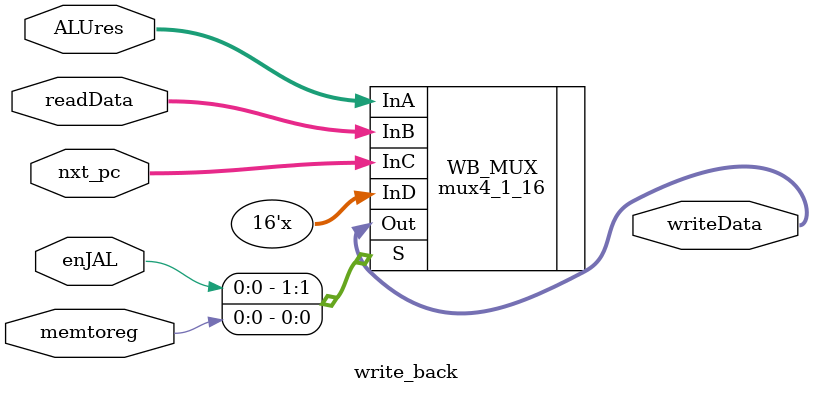
<source format=v>
module write_back (ALUres, readData, nxt_pc, enJAL, memtoreg, writeData);

  input [15:0] ALUres;
  input [15:0] readData;
  input [15:0] nxt_pc;
  input enJAL;
  input memtoreg;

  output [15:0] writeData;

  mux4_1_16 WB_MUX (.InA(ALUres), .InB(readData), .InC(nxt_pc), .InD(16'hXXXX), .S({enJAL, memtoreg}), .Out(writeData));
endmodule
</source>
